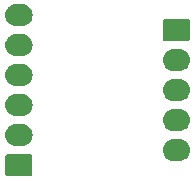
<source format=gbs>
G04 #@! TF.GenerationSoftware,KiCad,Pcbnew,(5.1.5)-3*
G04 #@! TF.CreationDate,2020-04-11T11:45:51+02:00*
G04 #@! TF.ProjectId,CODER-AS5047P,434f4445-522d-4415-9335-303437502e6b,rev?*
G04 #@! TF.SameCoordinates,Original*
G04 #@! TF.FileFunction,Soldermask,Bot*
G04 #@! TF.FilePolarity,Negative*
%FSLAX46Y46*%
G04 Gerber Fmt 4.6, Leading zero omitted, Abs format (unit mm)*
G04 Created by KiCad (PCBNEW (5.1.5)-3) date 2020-04-11 11:45:51*
%MOMM*%
%LPD*%
G04 APERTURE LIST*
%ADD10C,0.100000*%
G04 APERTURE END LIST*
D10*
G36*
X172459561Y-119732966D02*
G01*
X172492383Y-119742923D01*
X172522632Y-119759092D01*
X172549148Y-119780852D01*
X172570908Y-119807368D01*
X172587077Y-119837617D01*
X172597034Y-119870439D01*
X172601000Y-119910713D01*
X172601000Y-121389287D01*
X172597034Y-121429561D01*
X172587077Y-121462383D01*
X172570908Y-121492632D01*
X172549148Y-121519148D01*
X172522632Y-121540908D01*
X172492383Y-121557077D01*
X172459561Y-121567034D01*
X172419287Y-121571000D01*
X170480713Y-121571000D01*
X170440439Y-121567034D01*
X170407617Y-121557077D01*
X170377368Y-121540908D01*
X170350852Y-121519148D01*
X170329092Y-121492632D01*
X170312923Y-121462383D01*
X170302966Y-121429561D01*
X170299000Y-121389287D01*
X170299000Y-119910713D01*
X170302966Y-119870439D01*
X170312923Y-119837617D01*
X170329092Y-119807368D01*
X170350852Y-119780852D01*
X170377368Y-119759092D01*
X170407617Y-119742923D01*
X170440439Y-119732966D01*
X170480713Y-119729000D01*
X172419287Y-119729000D01*
X172459561Y-119732966D01*
G37*
G36*
X185105345Y-118463442D02*
G01*
X185195548Y-118472326D01*
X185369157Y-118524990D01*
X185529156Y-118610511D01*
X185545782Y-118624156D01*
X185669397Y-118725603D01*
X185748729Y-118822271D01*
X185784489Y-118865844D01*
X185870010Y-119025843D01*
X185922674Y-119199452D01*
X185940456Y-119380000D01*
X185922674Y-119560548D01*
X185870010Y-119734157D01*
X185870009Y-119734159D01*
X185861998Y-119749146D01*
X185784489Y-119894156D01*
X185748729Y-119937729D01*
X185669397Y-120034397D01*
X185572729Y-120113729D01*
X185529156Y-120149489D01*
X185369157Y-120235010D01*
X185195548Y-120287674D01*
X185105345Y-120296558D01*
X185060245Y-120301000D01*
X184509755Y-120301000D01*
X184464655Y-120296558D01*
X184374452Y-120287674D01*
X184200843Y-120235010D01*
X184040844Y-120149489D01*
X183997271Y-120113729D01*
X183900603Y-120034397D01*
X183821271Y-119937729D01*
X183785511Y-119894156D01*
X183708002Y-119749146D01*
X183699991Y-119734159D01*
X183699990Y-119734157D01*
X183647326Y-119560548D01*
X183629544Y-119380000D01*
X183647326Y-119199452D01*
X183699990Y-119025843D01*
X183785511Y-118865844D01*
X183821271Y-118822271D01*
X183900603Y-118725603D01*
X184024218Y-118624156D01*
X184040844Y-118610511D01*
X184200843Y-118524990D01*
X184374452Y-118472326D01*
X184464655Y-118463442D01*
X184509755Y-118459000D01*
X185060245Y-118459000D01*
X185105345Y-118463442D01*
G37*
G36*
X171770345Y-117193442D02*
G01*
X171860548Y-117202326D01*
X172034157Y-117254990D01*
X172194156Y-117340511D01*
X172210782Y-117354156D01*
X172334397Y-117455603D01*
X172413729Y-117552271D01*
X172449489Y-117595844D01*
X172535010Y-117755843D01*
X172587674Y-117929452D01*
X172605456Y-118110000D01*
X172587674Y-118290548D01*
X172535010Y-118464157D01*
X172449489Y-118624156D01*
X172413729Y-118667729D01*
X172334397Y-118764397D01*
X172237729Y-118843729D01*
X172194156Y-118879489D01*
X172034157Y-118965010D01*
X171860548Y-119017674D01*
X171777625Y-119025841D01*
X171725245Y-119031000D01*
X171174755Y-119031000D01*
X171122375Y-119025841D01*
X171039452Y-119017674D01*
X170865843Y-118965010D01*
X170705844Y-118879489D01*
X170662271Y-118843729D01*
X170565603Y-118764397D01*
X170486271Y-118667729D01*
X170450511Y-118624156D01*
X170364990Y-118464157D01*
X170312326Y-118290548D01*
X170294544Y-118110000D01*
X170312326Y-117929452D01*
X170364990Y-117755843D01*
X170450511Y-117595844D01*
X170486271Y-117552271D01*
X170565603Y-117455603D01*
X170689218Y-117354156D01*
X170705844Y-117340511D01*
X170865843Y-117254990D01*
X171039452Y-117202326D01*
X171129655Y-117193442D01*
X171174755Y-117189000D01*
X171725245Y-117189000D01*
X171770345Y-117193442D01*
G37*
G36*
X185105345Y-115923442D02*
G01*
X185195548Y-115932326D01*
X185369157Y-115984990D01*
X185529156Y-116070511D01*
X185545782Y-116084156D01*
X185669397Y-116185603D01*
X185748729Y-116282271D01*
X185784489Y-116325844D01*
X185870010Y-116485843D01*
X185922674Y-116659452D01*
X185940456Y-116840000D01*
X185922674Y-117020548D01*
X185870010Y-117194157D01*
X185784489Y-117354156D01*
X185748729Y-117397729D01*
X185669397Y-117494397D01*
X185572729Y-117573729D01*
X185529156Y-117609489D01*
X185369157Y-117695010D01*
X185195548Y-117747674D01*
X185112625Y-117755841D01*
X185060245Y-117761000D01*
X184509755Y-117761000D01*
X184457375Y-117755841D01*
X184374452Y-117747674D01*
X184200843Y-117695010D01*
X184040844Y-117609489D01*
X183997271Y-117573729D01*
X183900603Y-117494397D01*
X183821271Y-117397729D01*
X183785511Y-117354156D01*
X183699990Y-117194157D01*
X183647326Y-117020548D01*
X183629544Y-116840000D01*
X183647326Y-116659452D01*
X183699990Y-116485843D01*
X183785511Y-116325844D01*
X183821271Y-116282271D01*
X183900603Y-116185603D01*
X184024218Y-116084156D01*
X184040844Y-116070511D01*
X184200843Y-115984990D01*
X184374452Y-115932326D01*
X184464655Y-115923442D01*
X184509755Y-115919000D01*
X185060245Y-115919000D01*
X185105345Y-115923442D01*
G37*
G36*
X171770345Y-114653442D02*
G01*
X171860548Y-114662326D01*
X172034157Y-114714990D01*
X172194156Y-114800511D01*
X172210782Y-114814156D01*
X172334397Y-114915603D01*
X172413729Y-115012271D01*
X172449489Y-115055844D01*
X172535010Y-115215843D01*
X172587674Y-115389452D01*
X172605456Y-115570000D01*
X172587674Y-115750548D01*
X172535010Y-115924157D01*
X172449489Y-116084156D01*
X172413729Y-116127729D01*
X172334397Y-116224397D01*
X172237729Y-116303729D01*
X172194156Y-116339489D01*
X172034157Y-116425010D01*
X171860548Y-116477674D01*
X171777625Y-116485841D01*
X171725245Y-116491000D01*
X171174755Y-116491000D01*
X171122375Y-116485841D01*
X171039452Y-116477674D01*
X170865843Y-116425010D01*
X170705844Y-116339489D01*
X170662271Y-116303729D01*
X170565603Y-116224397D01*
X170486271Y-116127729D01*
X170450511Y-116084156D01*
X170364990Y-115924157D01*
X170312326Y-115750548D01*
X170294544Y-115570000D01*
X170312326Y-115389452D01*
X170364990Y-115215843D01*
X170450511Y-115055844D01*
X170486271Y-115012271D01*
X170565603Y-114915603D01*
X170689218Y-114814156D01*
X170705844Y-114800511D01*
X170865843Y-114714990D01*
X171039452Y-114662326D01*
X171129655Y-114653442D01*
X171174755Y-114649000D01*
X171725245Y-114649000D01*
X171770345Y-114653442D01*
G37*
G36*
X185105345Y-113383442D02*
G01*
X185195548Y-113392326D01*
X185369157Y-113444990D01*
X185529156Y-113530511D01*
X185545782Y-113544156D01*
X185669397Y-113645603D01*
X185748729Y-113742271D01*
X185784489Y-113785844D01*
X185870010Y-113945843D01*
X185922674Y-114119452D01*
X185940456Y-114300000D01*
X185922674Y-114480548D01*
X185870010Y-114654157D01*
X185784489Y-114814156D01*
X185748729Y-114857729D01*
X185669397Y-114954397D01*
X185572729Y-115033729D01*
X185529156Y-115069489D01*
X185369157Y-115155010D01*
X185195548Y-115207674D01*
X185112625Y-115215841D01*
X185060245Y-115221000D01*
X184509755Y-115221000D01*
X184457375Y-115215841D01*
X184374452Y-115207674D01*
X184200843Y-115155010D01*
X184040844Y-115069489D01*
X183997271Y-115033729D01*
X183900603Y-114954397D01*
X183821271Y-114857729D01*
X183785511Y-114814156D01*
X183699990Y-114654157D01*
X183647326Y-114480548D01*
X183629544Y-114300000D01*
X183647326Y-114119452D01*
X183699990Y-113945843D01*
X183785511Y-113785844D01*
X183821271Y-113742271D01*
X183900603Y-113645603D01*
X184024218Y-113544156D01*
X184040844Y-113530511D01*
X184200843Y-113444990D01*
X184374452Y-113392326D01*
X184464655Y-113383442D01*
X184509755Y-113379000D01*
X185060245Y-113379000D01*
X185105345Y-113383442D01*
G37*
G36*
X171770345Y-112113442D02*
G01*
X171860548Y-112122326D01*
X172034157Y-112174990D01*
X172194156Y-112260511D01*
X172210782Y-112274156D01*
X172334397Y-112375603D01*
X172413729Y-112472271D01*
X172449489Y-112515844D01*
X172535010Y-112675843D01*
X172587674Y-112849452D01*
X172605456Y-113030000D01*
X172587674Y-113210548D01*
X172535010Y-113384157D01*
X172449489Y-113544156D01*
X172413729Y-113587729D01*
X172334397Y-113684397D01*
X172237729Y-113763729D01*
X172194156Y-113799489D01*
X172034157Y-113885010D01*
X171860548Y-113937674D01*
X171777625Y-113945841D01*
X171725245Y-113951000D01*
X171174755Y-113951000D01*
X171122375Y-113945841D01*
X171039452Y-113937674D01*
X170865843Y-113885010D01*
X170705844Y-113799489D01*
X170662271Y-113763729D01*
X170565603Y-113684397D01*
X170486271Y-113587729D01*
X170450511Y-113544156D01*
X170364990Y-113384157D01*
X170312326Y-113210548D01*
X170294544Y-113030000D01*
X170312326Y-112849452D01*
X170364990Y-112675843D01*
X170450511Y-112515844D01*
X170486271Y-112472271D01*
X170565603Y-112375603D01*
X170689218Y-112274156D01*
X170705844Y-112260511D01*
X170865843Y-112174990D01*
X171039452Y-112122326D01*
X171129655Y-112113442D01*
X171174755Y-112109000D01*
X171725245Y-112109000D01*
X171770345Y-112113442D01*
G37*
G36*
X185105345Y-110843442D02*
G01*
X185195548Y-110852326D01*
X185369157Y-110904990D01*
X185529156Y-110990511D01*
X185545782Y-111004156D01*
X185669397Y-111105603D01*
X185748729Y-111202271D01*
X185784489Y-111245844D01*
X185870010Y-111405843D01*
X185922674Y-111579452D01*
X185940456Y-111760000D01*
X185922674Y-111940548D01*
X185870010Y-112114157D01*
X185784489Y-112274156D01*
X185748729Y-112317729D01*
X185669397Y-112414397D01*
X185572729Y-112493729D01*
X185529156Y-112529489D01*
X185369157Y-112615010D01*
X185195548Y-112667674D01*
X185112625Y-112675841D01*
X185060245Y-112681000D01*
X184509755Y-112681000D01*
X184457375Y-112675841D01*
X184374452Y-112667674D01*
X184200843Y-112615010D01*
X184040844Y-112529489D01*
X183997271Y-112493729D01*
X183900603Y-112414397D01*
X183821271Y-112317729D01*
X183785511Y-112274156D01*
X183699990Y-112114157D01*
X183647326Y-111940548D01*
X183629544Y-111760000D01*
X183647326Y-111579452D01*
X183699990Y-111405843D01*
X183785511Y-111245844D01*
X183821271Y-111202271D01*
X183900603Y-111105603D01*
X184024218Y-111004156D01*
X184040844Y-110990511D01*
X184200843Y-110904990D01*
X184374452Y-110852326D01*
X184464655Y-110843442D01*
X184509755Y-110839000D01*
X185060245Y-110839000D01*
X185105345Y-110843442D01*
G37*
G36*
X171770345Y-109573442D02*
G01*
X171860548Y-109582326D01*
X172034157Y-109634990D01*
X172194156Y-109720511D01*
X172237729Y-109756271D01*
X172334397Y-109835603D01*
X172410205Y-109927977D01*
X172449489Y-109975844D01*
X172495878Y-110062632D01*
X172530325Y-110127077D01*
X172535010Y-110135843D01*
X172587674Y-110309452D01*
X172605456Y-110490000D01*
X172587674Y-110670548D01*
X172535010Y-110844157D01*
X172449489Y-111004156D01*
X172413729Y-111047729D01*
X172334397Y-111144397D01*
X172237729Y-111223729D01*
X172194156Y-111259489D01*
X172034157Y-111345010D01*
X171860548Y-111397674D01*
X171777625Y-111405841D01*
X171725245Y-111411000D01*
X171174755Y-111411000D01*
X171122375Y-111405841D01*
X171039452Y-111397674D01*
X170865843Y-111345010D01*
X170705844Y-111259489D01*
X170662271Y-111223729D01*
X170565603Y-111144397D01*
X170486271Y-111047729D01*
X170450511Y-111004156D01*
X170364990Y-110844157D01*
X170312326Y-110670548D01*
X170294544Y-110490000D01*
X170312326Y-110309452D01*
X170364990Y-110135843D01*
X170369676Y-110127077D01*
X170404122Y-110062632D01*
X170450511Y-109975844D01*
X170489795Y-109927977D01*
X170565603Y-109835603D01*
X170662271Y-109756271D01*
X170705844Y-109720511D01*
X170865843Y-109634990D01*
X171039452Y-109582326D01*
X171129655Y-109573442D01*
X171174755Y-109569000D01*
X171725245Y-109569000D01*
X171770345Y-109573442D01*
G37*
G36*
X185794561Y-108302966D02*
G01*
X185827383Y-108312923D01*
X185857632Y-108329092D01*
X185884148Y-108350852D01*
X185905908Y-108377368D01*
X185922077Y-108407617D01*
X185932034Y-108440439D01*
X185936000Y-108480713D01*
X185936000Y-109959287D01*
X185932034Y-109999561D01*
X185922077Y-110032383D01*
X185905908Y-110062632D01*
X185884148Y-110089148D01*
X185857632Y-110110908D01*
X185827383Y-110127077D01*
X185794561Y-110137034D01*
X185754287Y-110141000D01*
X183815713Y-110141000D01*
X183775439Y-110137034D01*
X183742617Y-110127077D01*
X183712368Y-110110908D01*
X183685852Y-110089148D01*
X183664092Y-110062632D01*
X183647923Y-110032383D01*
X183637966Y-109999561D01*
X183634000Y-109959287D01*
X183634000Y-108480713D01*
X183637966Y-108440439D01*
X183647923Y-108407617D01*
X183664092Y-108377368D01*
X183685852Y-108350852D01*
X183712368Y-108329092D01*
X183742617Y-108312923D01*
X183775439Y-108302966D01*
X183815713Y-108299000D01*
X185754287Y-108299000D01*
X185794561Y-108302966D01*
G37*
G36*
X171770345Y-107033442D02*
G01*
X171860548Y-107042326D01*
X172034157Y-107094990D01*
X172194156Y-107180511D01*
X172237729Y-107216271D01*
X172334397Y-107295603D01*
X172413729Y-107392271D01*
X172449489Y-107435844D01*
X172535010Y-107595843D01*
X172587674Y-107769452D01*
X172605456Y-107950000D01*
X172587674Y-108130548D01*
X172535010Y-108304157D01*
X172535009Y-108304159D01*
X172526998Y-108319146D01*
X172449489Y-108464156D01*
X172413729Y-108507729D01*
X172334397Y-108604397D01*
X172237729Y-108683729D01*
X172194156Y-108719489D01*
X172034157Y-108805010D01*
X171860548Y-108857674D01*
X171770345Y-108866558D01*
X171725245Y-108871000D01*
X171174755Y-108871000D01*
X171129655Y-108866558D01*
X171039452Y-108857674D01*
X170865843Y-108805010D01*
X170705844Y-108719489D01*
X170662271Y-108683729D01*
X170565603Y-108604397D01*
X170486271Y-108507729D01*
X170450511Y-108464156D01*
X170373002Y-108319146D01*
X170364991Y-108304159D01*
X170364990Y-108304157D01*
X170312326Y-108130548D01*
X170294544Y-107950000D01*
X170312326Y-107769452D01*
X170364990Y-107595843D01*
X170450511Y-107435844D01*
X170486271Y-107392271D01*
X170565603Y-107295603D01*
X170662271Y-107216271D01*
X170705844Y-107180511D01*
X170865843Y-107094990D01*
X171039452Y-107042326D01*
X171129655Y-107033442D01*
X171174755Y-107029000D01*
X171725245Y-107029000D01*
X171770345Y-107033442D01*
G37*
M02*

</source>
